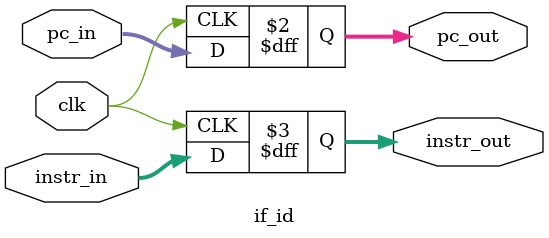
<source format=v>
module if_id (
	input clk,
	input [31:0] pc_in,
	input [31:0] instr_in,
	output reg [31:0] pc_out,
	output reg [31:0] instr_out
	);
	
	always @(posedge clk) begin
		pc_out <= pc_in;
		instr_out <= instr_in;
	end
endmodule
</source>
